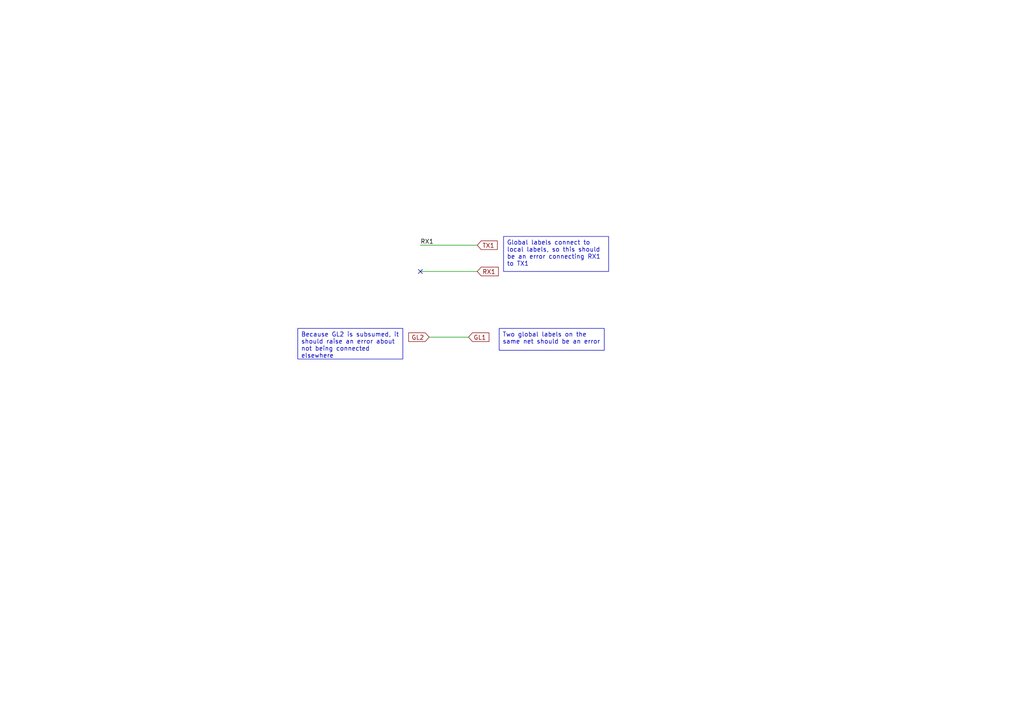
<source format=kicad_sch>
(kicad_sch (version 20220904) (generator eeschema)
  (paper "A4")
  (lib_symbols)
  (no_connect (at 121.92 78.74))
  (wire (pts (xy 121.92 78.74) (xy 138.43 78.74)))
  (wire (pts (xy 121.92 71.12) (xy 138.43 71.12)))
  (wire (pts (xy 124.46 97.79) (xy 135.89 97.79)))
  (text_box "Global labels connect to local labels, so this should be an error connecting RX1 to TX1" (at 146.05 68.58 0) (size 30.48 10.16) (effects (font (size 1.27 1.27)) (justify left top)))
  (text_box "Because GL2 is subsumed, it should raise an error about not being connected elsewhere" (at 86.36 95.25 0) (size 30.48 8.89) (effects (font (size 1.27 1.27)) (justify left top)))
  (text_box "Two global labels on the same net should be an error" (at 144.78 95.25 0) (size 30.48 6.35) (effects (font (size 1.27 1.27)) (justify left top)))
  (label "RX1" (at 121.92 71.12 0))
  (global_label "GL2" (shape input) (at 124.46 97.79 180) (property "Intersheetrefs" "${INTERSHEET_REFS}" (effects hide)))
  (global_label "GL1" (shape input) (at 135.89 97.79 0) (property "Intersheetrefs" "${INTERSHEET_REFS}" (effects hide)))
  (global_label "RX1" (shape input) (at 138.43 78.74 0) (property "Intersheetrefs" "${INTERSHEET_REFS}" (effects hide)))
  (global_label "TX1" (shape input) (at 138.43 71.12 0) (property "Intersheetrefs" "${INTERSHEET_REFS}" (effects hide)))
)
</source>
